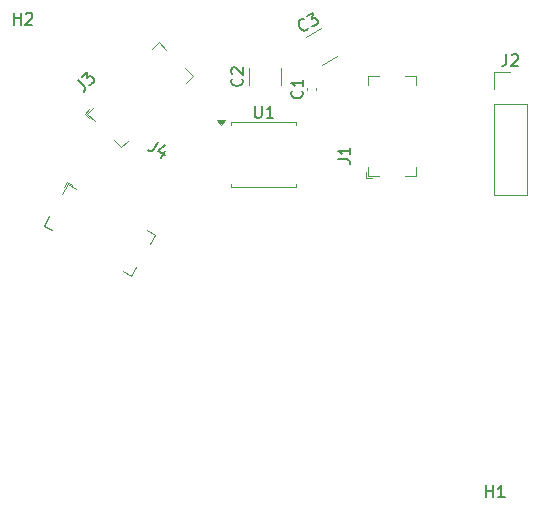
<source format=gbr>
%TF.GenerationSoftware,KiCad,Pcbnew,9.0.6*%
%TF.CreationDate,2025-11-26T00:28:20+08:00*%
%TF.ProjectId,gerber,67657262-6572-42e6-9b69-6361645f7063,rev?*%
%TF.SameCoordinates,Original*%
%TF.FileFunction,Legend,Top*%
%TF.FilePolarity,Positive*%
%FSLAX46Y46*%
G04 Gerber Fmt 4.6, Leading zero omitted, Abs format (unit mm)*
G04 Created by KiCad (PCBNEW 9.0.6) date 2025-11-26 00:28:20*
%MOMM*%
%LPD*%
G01*
G04 APERTURE LIST*
%ADD10C,0.150000*%
%ADD11C,0.120000*%
G04 APERTURE END LIST*
D10*
X145956006Y-103811013D02*
X145956006Y-104525298D01*
X145956006Y-104525298D02*
X145908387Y-104668155D01*
X145908387Y-104668155D02*
X145813149Y-104763394D01*
X145813149Y-104763394D02*
X145670292Y-104811013D01*
X145670292Y-104811013D02*
X145575054Y-104811013D01*
X146384578Y-103906251D02*
X146432197Y-103858632D01*
X146432197Y-103858632D02*
X146527435Y-103811013D01*
X146527435Y-103811013D02*
X146765530Y-103811013D01*
X146765530Y-103811013D02*
X146860768Y-103858632D01*
X146860768Y-103858632D02*
X146908387Y-103906251D01*
X146908387Y-103906251D02*
X146956006Y-104001489D01*
X146956006Y-104001489D02*
X146956006Y-104096727D01*
X146956006Y-104096727D02*
X146908387Y-104239584D01*
X146908387Y-104239584D02*
X146336959Y-104811013D01*
X146336959Y-104811013D02*
X146956006Y-104811013D01*
X124649935Y-108196013D02*
X124649935Y-109005536D01*
X124649935Y-109005536D02*
X124697554Y-109100774D01*
X124697554Y-109100774D02*
X124745173Y-109148394D01*
X124745173Y-109148394D02*
X124840411Y-109196013D01*
X124840411Y-109196013D02*
X125030887Y-109196013D01*
X125030887Y-109196013D02*
X125126125Y-109148394D01*
X125126125Y-109148394D02*
X125173744Y-109100774D01*
X125173744Y-109100774D02*
X125221363Y-109005536D01*
X125221363Y-109005536D02*
X125221363Y-108196013D01*
X126221363Y-109196013D02*
X125649935Y-109196013D01*
X125935649Y-109196013D02*
X125935649Y-108196013D01*
X125935649Y-108196013D02*
X125840411Y-108338870D01*
X125840411Y-108338870D02*
X125745173Y-108434108D01*
X125745173Y-108434108D02*
X125649935Y-108481727D01*
X123538920Y-105887860D02*
X123586540Y-105935479D01*
X123586540Y-105935479D02*
X123634159Y-106078336D01*
X123634159Y-106078336D02*
X123634159Y-106173574D01*
X123634159Y-106173574D02*
X123586540Y-106316431D01*
X123586540Y-106316431D02*
X123491301Y-106411669D01*
X123491301Y-106411669D02*
X123396063Y-106459288D01*
X123396063Y-106459288D02*
X123205587Y-106506907D01*
X123205587Y-106506907D02*
X123062730Y-106506907D01*
X123062730Y-106506907D02*
X122872254Y-106459288D01*
X122872254Y-106459288D02*
X122777016Y-106411669D01*
X122777016Y-106411669D02*
X122681778Y-106316431D01*
X122681778Y-106316431D02*
X122634159Y-106173574D01*
X122634159Y-106173574D02*
X122634159Y-106078336D01*
X122634159Y-106078336D02*
X122681778Y-105935479D01*
X122681778Y-105935479D02*
X122729397Y-105887860D01*
X122729397Y-105506907D02*
X122681778Y-105459288D01*
X122681778Y-105459288D02*
X122634159Y-105364050D01*
X122634159Y-105364050D02*
X122634159Y-105125955D01*
X122634159Y-105125955D02*
X122681778Y-105030717D01*
X122681778Y-105030717D02*
X122729397Y-104983098D01*
X122729397Y-104983098D02*
X122824635Y-104935479D01*
X122824635Y-104935479D02*
X122919873Y-104935479D01*
X122919873Y-104935479D02*
X123062730Y-104983098D01*
X123062730Y-104983098D02*
X123634159Y-105554526D01*
X123634159Y-105554526D02*
X123634159Y-104935479D01*
X131714159Y-112729527D02*
X132428444Y-112729527D01*
X132428444Y-112729527D02*
X132571301Y-112777146D01*
X132571301Y-112777146D02*
X132666540Y-112872384D01*
X132666540Y-112872384D02*
X132714159Y-113015241D01*
X132714159Y-113015241D02*
X132714159Y-113110479D01*
X132714159Y-111729527D02*
X132714159Y-112300955D01*
X132714159Y-112015241D02*
X131714159Y-112015241D01*
X131714159Y-112015241D02*
X131857016Y-112110479D01*
X131857016Y-112110479D02*
X131952254Y-112205717D01*
X131952254Y-112205717D02*
X131999873Y-112300955D01*
X129192840Y-101565381D02*
X129175410Y-101630430D01*
X129175410Y-101630430D02*
X129075502Y-101743098D01*
X129075502Y-101743098D02*
X128993023Y-101790717D01*
X128993023Y-101790717D02*
X128845496Y-101820906D01*
X128845496Y-101820906D02*
X128715398Y-101786046D01*
X128715398Y-101786046D02*
X128626540Y-101727377D01*
X128626540Y-101727377D02*
X128490062Y-101586230D01*
X128490062Y-101586230D02*
X128418634Y-101462512D01*
X128418634Y-101462512D02*
X128364635Y-101273745D01*
X128364635Y-101273745D02*
X128358255Y-101167457D01*
X128358255Y-101167457D02*
X128393115Y-101037359D01*
X128393115Y-101037359D02*
X128493023Y-100924691D01*
X128493023Y-100924691D02*
X128575502Y-100877072D01*
X128575502Y-100877072D02*
X128723029Y-100846883D01*
X128723029Y-100846883D02*
X128788078Y-100864313D01*
X129029134Y-100615167D02*
X129565245Y-100305644D01*
X129565245Y-100305644D02*
X129467046Y-100802225D01*
X129467046Y-100802225D02*
X129590764Y-100730796D01*
X129590764Y-100730796D02*
X129697052Y-100724416D01*
X129697052Y-100724416D02*
X129762101Y-100741846D01*
X129762101Y-100741846D02*
X129850959Y-100800515D01*
X129850959Y-100800515D02*
X129970007Y-101006712D01*
X129970007Y-101006712D02*
X129976387Y-101113000D01*
X129976387Y-101113000D02*
X129958957Y-101178049D01*
X129958957Y-101178049D02*
X129900288Y-101266907D01*
X129900288Y-101266907D02*
X129652852Y-101409764D01*
X129652852Y-101409764D02*
X129546564Y-101416144D01*
X129546564Y-101416144D02*
X129481515Y-101398714D01*
X109710952Y-106041191D02*
X110216028Y-106546267D01*
X110216028Y-106546267D02*
X110283372Y-106680954D01*
X110283372Y-106680954D02*
X110283372Y-106815641D01*
X110283372Y-106815641D02*
X110216028Y-106950328D01*
X110216028Y-106950328D02*
X110148685Y-107017672D01*
X109980326Y-105771817D02*
X110418059Y-105334084D01*
X110418059Y-105334084D02*
X110451731Y-105839160D01*
X110451731Y-105839160D02*
X110552746Y-105738145D01*
X110552746Y-105738145D02*
X110653761Y-105704473D01*
X110653761Y-105704473D02*
X110721105Y-105704473D01*
X110721105Y-105704473D02*
X110822120Y-105738145D01*
X110822120Y-105738145D02*
X110990479Y-105906504D01*
X110990479Y-105906504D02*
X111024150Y-106007519D01*
X111024150Y-106007519D02*
X111024150Y-106074862D01*
X111024150Y-106074862D02*
X110990479Y-106175878D01*
X110990479Y-106175878D02*
X110788448Y-106377908D01*
X110788448Y-106377908D02*
X110687433Y-106411580D01*
X110687433Y-106411580D02*
X110620089Y-106411580D01*
X116454743Y-111256092D02*
X116097600Y-111874682D01*
X116097600Y-111874682D02*
X115984932Y-111974590D01*
X115984932Y-111974590D02*
X115854834Y-112009450D01*
X115854834Y-112009450D02*
X115707307Y-111979260D01*
X115707307Y-111979260D02*
X115624828Y-111931641D01*
X117071623Y-111997148D02*
X116738290Y-112574499D01*
X117055903Y-111548186D02*
X116492563Y-112047728D01*
X116492563Y-112047728D02*
X117028674Y-112357252D01*
X144238095Y-141304819D02*
X144238095Y-140304819D01*
X144238095Y-140781009D02*
X144809523Y-140781009D01*
X144809523Y-141304819D02*
X144809523Y-140304819D01*
X145809523Y-141304819D02*
X145238095Y-141304819D01*
X145523809Y-141304819D02*
X145523809Y-140304819D01*
X145523809Y-140304819D02*
X145428571Y-140447676D01*
X145428571Y-140447676D02*
X145333333Y-140542914D01*
X145333333Y-140542914D02*
X145238095Y-140590533D01*
X128628920Y-106922860D02*
X128676540Y-106970479D01*
X128676540Y-106970479D02*
X128724159Y-107113336D01*
X128724159Y-107113336D02*
X128724159Y-107208574D01*
X128724159Y-107208574D02*
X128676540Y-107351431D01*
X128676540Y-107351431D02*
X128581301Y-107446669D01*
X128581301Y-107446669D02*
X128486063Y-107494288D01*
X128486063Y-107494288D02*
X128295587Y-107541907D01*
X128295587Y-107541907D02*
X128152730Y-107541907D01*
X128152730Y-107541907D02*
X127962254Y-107494288D01*
X127962254Y-107494288D02*
X127867016Y-107446669D01*
X127867016Y-107446669D02*
X127771778Y-107351431D01*
X127771778Y-107351431D02*
X127724159Y-107208574D01*
X127724159Y-107208574D02*
X127724159Y-107113336D01*
X127724159Y-107113336D02*
X127771778Y-106970479D01*
X127771778Y-106970479D02*
X127819397Y-106922860D01*
X128724159Y-105970479D02*
X128724159Y-106541907D01*
X128724159Y-106256193D02*
X127724159Y-106256193D01*
X127724159Y-106256193D02*
X127867016Y-106351431D01*
X127867016Y-106351431D02*
X127962254Y-106446669D01*
X127962254Y-106446669D02*
X128009873Y-106541907D01*
X104238095Y-101304819D02*
X104238095Y-100304819D01*
X104238095Y-100781009D02*
X104809523Y-100781009D01*
X104809523Y-101304819D02*
X104809523Y-100304819D01*
X105238095Y-100400057D02*
X105285714Y-100352438D01*
X105285714Y-100352438D02*
X105380952Y-100304819D01*
X105380952Y-100304819D02*
X105619047Y-100304819D01*
X105619047Y-100304819D02*
X105714285Y-100352438D01*
X105714285Y-100352438D02*
X105761904Y-100400057D01*
X105761904Y-100400057D02*
X105809523Y-100495295D01*
X105809523Y-100495295D02*
X105809523Y-100590533D01*
X105809523Y-100590533D02*
X105761904Y-100733390D01*
X105761904Y-100733390D02*
X105190476Y-101304819D01*
X105190476Y-101304819D02*
X105809523Y-101304819D01*
D11*
%TO.C,J2*%
X144909340Y-105356194D02*
X146289340Y-105356194D01*
X144909340Y-106736194D02*
X144909340Y-105356194D01*
X144909340Y-108006194D02*
X144909340Y-115736194D01*
X144909340Y-108006194D02*
X147669340Y-108006194D01*
X144909340Y-115736194D02*
X147669340Y-115736194D01*
X147669340Y-108006194D02*
X147669340Y-115736194D01*
%TO.C,U1*%
X122651840Y-109581194D02*
X128171840Y-109581194D01*
X122651840Y-109851194D02*
X122651840Y-109581194D01*
X122651840Y-115101194D02*
X122651840Y-114831194D01*
X128171840Y-109581194D02*
X128171840Y-109851194D01*
X128171840Y-114831194D02*
X128171840Y-115101194D01*
X128171840Y-115101194D02*
X122651840Y-115101194D01*
X121821840Y-109841194D02*
X121481840Y-109371194D01*
X122161840Y-109371194D01*
X121821840Y-109841194D01*
G36*
X121821840Y-109841194D02*
G01*
X121481840Y-109371194D01*
X122161840Y-109371194D01*
X121821840Y-109841194D01*
G37*
%TO.C,C2*%
X124119340Y-106432446D02*
X124119340Y-105009942D01*
X126839340Y-106432446D02*
X126839340Y-105009942D01*
%TO.C,J1*%
X134089340Y-114316194D02*
X134089340Y-113816194D01*
X134089340Y-114316194D02*
X134589340Y-114316194D01*
X134239340Y-105626194D02*
X134239340Y-106426194D01*
X134239340Y-105626194D02*
X135139340Y-105626194D01*
X134239340Y-114166194D02*
X134239340Y-113366194D01*
X134239340Y-114166194D02*
X135139340Y-114166194D01*
X138279340Y-105626194D02*
X137379340Y-105626194D01*
X138279340Y-105626194D02*
X138279340Y-106426194D01*
X138279340Y-114166194D02*
X137379340Y-114166194D01*
X138279340Y-114166194D02*
X138279340Y-113366194D01*
%TO.C,C3*%
X129011425Y-102340331D02*
X130243349Y-101629079D01*
X130371425Y-104695921D02*
X131603349Y-103984669D01*
%TO.C,J3*%
X110268516Y-108842640D02*
X110622070Y-108489087D01*
X110268516Y-108842640D02*
X110622070Y-109196194D01*
X110480648Y-108842640D02*
X111046334Y-108276955D01*
X110480648Y-108842640D02*
X111117044Y-109479036D01*
X113337360Y-111699352D02*
X112700964Y-111062956D01*
X113337360Y-111699352D02*
X113903045Y-111133666D01*
X116519340Y-102803948D02*
X115953655Y-103369634D01*
X116519340Y-102803948D02*
X117155736Y-103440344D01*
X119376052Y-105660660D02*
X118739656Y-105024264D01*
X119376052Y-105660660D02*
X118810366Y-106226345D01*
%TO.C,J4*%
X106778848Y-118331708D02*
X107228848Y-117552285D01*
X106778848Y-118331708D02*
X107471669Y-118731707D01*
X108743945Y-114628061D02*
X108493944Y-115061074D01*
X108743945Y-114628061D02*
X109176957Y-114878061D01*
X108798849Y-114832964D02*
X108348849Y-115612387D01*
X108798849Y-114832964D02*
X109491669Y-115232965D01*
X114174705Y-122601708D02*
X113481885Y-122201707D01*
X114174705Y-122601708D02*
X114624705Y-121822285D01*
X116194706Y-119102964D02*
X115501885Y-118702965D01*
X116194706Y-119102964D02*
X115744706Y-119882387D01*
%TO.C,C1*%
X129069340Y-106864030D02*
X129069340Y-106648358D01*
X129789340Y-106864030D02*
X129789340Y-106648358D01*
%TD*%
M02*

</source>
